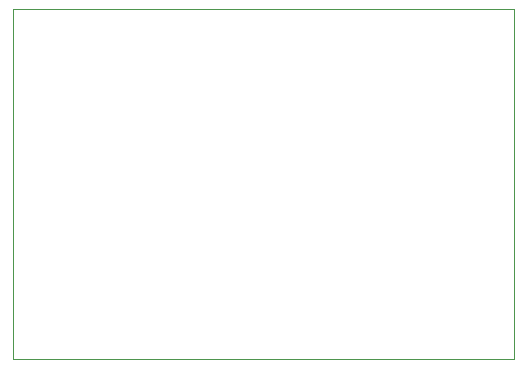
<source format=gbr>
%TF.GenerationSoftware,KiCad,Pcbnew,9.0.2*%
%TF.CreationDate,2025-06-30T23:17:22-04:00*%
%TF.ProjectId,Serv3Controller,53657276-3343-46f6-9e74-726f6c6c6572,rev?*%
%TF.SameCoordinates,Original*%
%TF.FileFunction,Profile,NP*%
%FSLAX46Y46*%
G04 Gerber Fmt 4.6, Leading zero omitted, Abs format (unit mm)*
G04 Created by KiCad (PCBNEW 9.0.2) date 2025-06-30 23:17:22*
%MOMM*%
%LPD*%
G01*
G04 APERTURE LIST*
%TA.AperFunction,Profile*%
%ADD10C,0.050000*%
%TD*%
G04 APERTURE END LIST*
D10*
X72600000Y-73600000D02*
X115000000Y-73600000D01*
X115000000Y-103200000D01*
X72600000Y-103200000D01*
X72600000Y-73600000D01*
M02*

</source>
